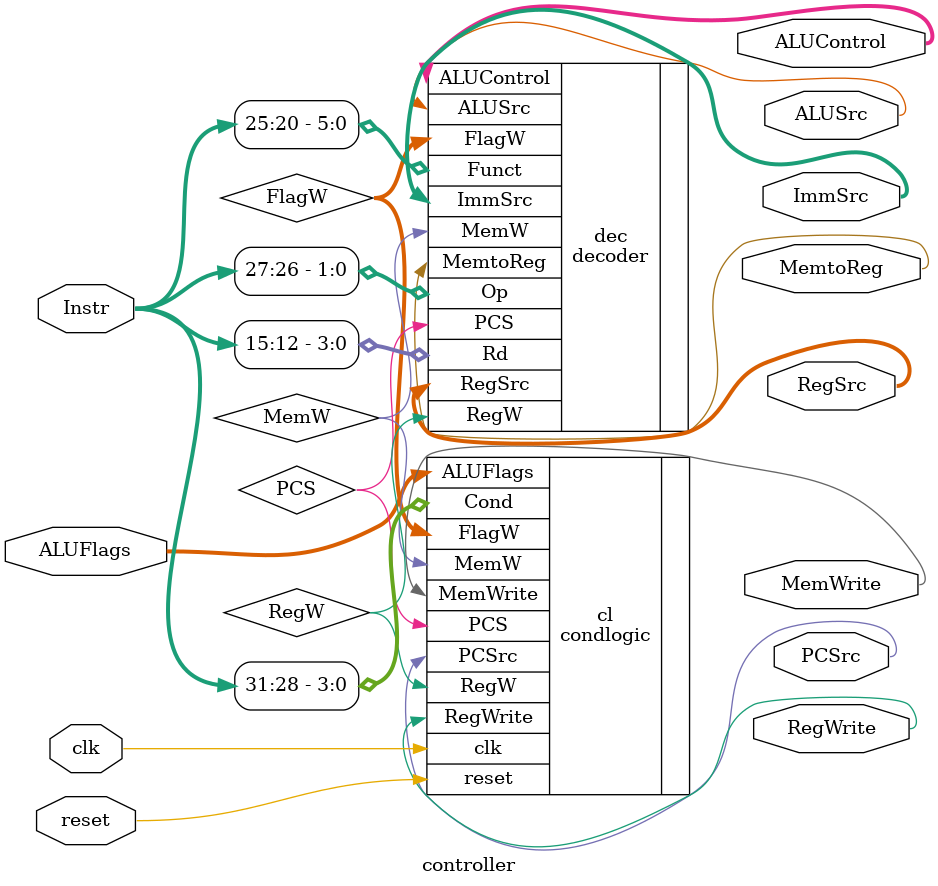
<source format=sv>
`timescale 1ns / 1ps


`include "decoder.sv"
`include "condlogic.sv"

module controller (
    input  logic        clk,
    input  logic        reset,
    input  logic [31:12] Instr,
    input  logic [3:0]  ALUFlags,
    output logic [1:0]  RegSrc,
    output logic        RegWrite,
    output logic [1:0]  ImmSrc,
    output logic        ALUSrc,
    output logic [1:0]  ALUControl,
    output logic        MemWrite,
    output logic        MemtoReg,
    output logic        PCSrc
);
    logic [1:0] FlagW;
    logic PCS, RegW, MemW;

    decoder dec(.Op(Instr[27:26]),
                .Funct(Instr[25:20]),
                .Rd(Instr[15:12]),
                .FlagW(FlagW),
                .PCS(PCS),
                .RegW(RegW),
                .MemW(MemW),
                .MemtoReg(MemtoReg),
                .ALUSrc(ALUSrc),
                .ImmSrc(ImmSrc),
                .RegSrc(RegSrc),
                .ALUControl(ALUControl)
    );

    condlogic cl(.clk(clk), .reset(reset),
                 .Cond(Instr[31:28]),
                 .ALUFlags(ALUFlags),
                 .FlagW(FlagW),
                 .PCS(PCS), .RegW(RegW), .MemW(MemW),
                 .PCSrc(PCSrc), .RegWrite(RegWrite), .MemWrite(MemWrite)
    );
endmodule


</source>
